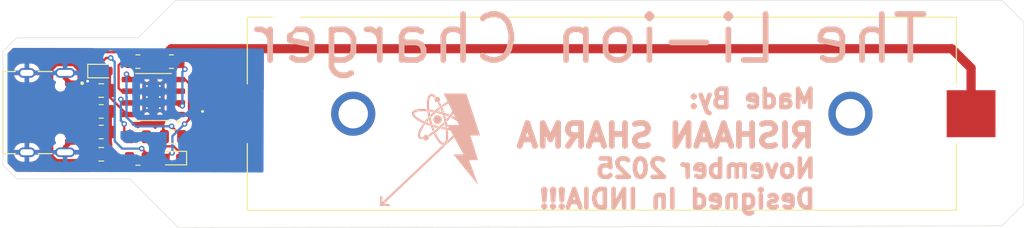
<source format=kicad_pcb>
(kicad_pcb (version 20241229) (generator "pcbnew") (generator_version "9.0")
  (layers (0 "F.Cu" signal) (2 "B.Cu" signal) (13 "F.Paste" user) (15 "B.Paste" user) (5 "F.SilkS" user "F.Silkscreen") (7 "B.SilkS" user "B.Silkscreen") (1 "F.Mask" user) (3 "B.Mask" user) (25 "Edge.Cuts" user))
  (net 0 "")
  (net 1 "GND")
  (net 2 "Net-(D1-A)")
  (net 3 "Net-(U1-BAT)")
  (net 4 "+5V")
  (net 5 "Net-(D1-K)")
  (net 6 "Net-(D2-K)")
  (net 7 "Net-(J6-CC1)")
  (net 9 "Net-(J6-CC2)")
  (net 11 "Net-(U1-PROG)")
  (net 12 "Net-(U1-~{STDBY})")
  (net 13 "Net-(U1-~{CHRG})")
  (footprint "18650 Battery Holder:12BHC186P1GR" (layer "F.Cu") (at 168.65 87.15)
    (property "Reference" "U2" (hide yes))
    (property "Value" "12BHC186P1-GR" (hide yes))
    (pad "" np_thru_hole circle (at -34.25 -9.75) (size 2 2) (drill 2) (layers "*.Cu" "*.Mask"))
    (pad "1" smd rect (at -40.1 0 90) (size 5.12 5.3) (layers "F.Cu" "F.Mask" "F.Paste") (net 3 "Net-(U1-BAT)"))
    (pad "2" smd rect (at 40.1 0 90) (size 5.12 5.3) (layers "F.Cu" "F.Mask" "F.Paste") (net 1 "GND"))
    (pad "MH1" thru_hole circle (at -27 0) (size 4.8 4.8) (drill 3.2) (layers "*.Cu" "*.Mask"))
    (pad "MH2" thru_hole circle (at 27 0) (size 4.8 4.8) (drill 3.2) (layers "*.Cu" "*.Mask"))
  )
  (footprint "Resistor_SMD:R_0805_2012Metric" (layer "F.Cu") (at 114.29 89.14)
    (property "Reference" "R4" (hide yes))
    (property "Value" "5.1kΩ" (hide yes))
    (pad "1" smd roundrect (at -0.9125 0) (size 1.025 1.4) (layers "F.Cu" "F.Mask" "F.Paste") (roundrect_rratio 0.243902) (net 9 "Net-(J6-CC2)"))
    (pad "2" smd roundrect (at 0.9125 0) (size 1.025 1.4) (layers "F.Cu" "F.Mask" "F.Paste") (roundrect_rratio 0.243902) (net 1 "GND"))
  )
  (footprint "LED_SMD:LED_0603_1608Metric" (layer "F.Cu") (at 114.31 82.51)
    (property "Reference" "D1" (hide yes))
    (property "Value" "LED" (hide yes))
    (pad "1" smd roundrect (at -0.7875 0) (size 0.875 0.95) (layers "F.Cu" "F.Mask" "F.Paste") (net 5 "Net-(D1-K)"))
    (pad "2" smd roundrect (at 0.7875 0) (size 0.875 0.95) (layers "F.Cu" "F.Mask" "F.Paste") (net 2 "Net-(D1-A)"))
  )
  (footprint "Package_SO:SOIC-8-1EP_3.9x4.9mm_P1.27mm_EP2.41x3.3mm_ThermalVias" (layer "F.Cu") (at 119.95 85.335 180)
    (property "Reference" "U1" (hide yes))
    (property "Value" "TP4056-42-ESOP8" (hide yes))
    (pad "1" smd roundrect (at -2.475 -1.905 180) (size 1.95 0.6) (layers "F.Cu" "F.Mask" "F.Paste"))
    (pad "2" smd roundrect (at -2.475 -0.635 180) (size 1.95 0.6) (layers "F.Cu" "F.Mask" "F.Paste") (net 11 "Net-(U1-PROG)"))
    (pad "3" smd roundrect (at -2.475 0.635 180) (size 1.95 0.6) (layers "F.Cu" "F.Mask" "F.Paste") (net 1 "GND"))
    (pad "4" smd roundrect (at -2.475 1.905 180) (size 1.95 0.6) (layers "F.Cu" "F.Mask" "F.Paste") (net 2 "Net-(D1-A)"))
    (pad "5" smd roundrect (at 2.475 1.905 180) (size 1.95 0.6) (layers "F.Cu" "F.Mask" "F.Paste") (net 3 "Net-(U1-BAT)"))
    (pad "6" smd roundrect (at 2.475 0.635 180) (size 1.95 0.6) (layers "F.Cu" "F.Mask" "F.Paste") (net 12 "Net-(U1-~{STDBY})"))
    (pad "7" smd roundrect (at 2.475 -0.635 180) (size 1.95 0.6) (layers "F.Cu" "F.Mask" "F.Paste") (net 13 "Net-(U1-~{CHRG})"))
    (pad "8" smd roundrect (at 2.475 -1.905 180) (size 1.95 0.6) (layers "F.Cu" "F.Mask" "F.Paste") (net 2 "Net-(D1-A)"))
    (pad "9" thru_hole circle (at -0.7 -1.2 180) (size 0.5 0.5) (drill 0.2) (property pad_prop_heatsink) (layers "*.Cu") (net 1 "GND"))
    (pad "9" thru_hole circle (at -0.7 0 180) (size 0.5 0.5) (drill 0.2) (property pad_prop_heatsink) (layers "*.Cu") (net 1 "GND"))
    (pad "9" thru_hole circle (at -0.7 1.2 180) (size 0.5 0.5) (drill 0.2) (property pad_prop_heatsink) (layers "*.Cu") (net 1 "GND"))
    (pad "9" smd rect (at 0 0 180) (size 1.9 2.9) (property pad_prop_heatsink) (layers "B.Cu") (net 1 "GND"))
    (pad "9" smd rect (at 0 0 180) (size 2.41 3.3) (property pad_prop_heatsink) (layers "F.Cu" "F.Mask") (net 1 "GND"))
    (pad "9" thru_hole circle (at 0.7 -1.2 180) (size 0.5 0.5) (drill 0.2) (property pad_prop_heatsink) (layers "*.Cu") (net 1 "GND"))
    (pad "9" thru_hole circle (at 0.7 0 180) (size 0.5 0.5) (drill 0.2) (property pad_prop_heatsink) (layers "*.Cu") (net 1 "GND"))
    (pad "9" thru_hole circle (at 0.7 1.2 180) (size 0.5 0.5) (drill 0.2) (property pad_prop_heatsink) (layers "*.Cu") (net 1 "GND"))
  )
  (footprint "Capacitor_SMD:C_0805_2012Metric" (layer "F.Cu") (at 114.29 91.57)
    (property "Reference" "C3" (hide yes))
    (property "Value" "10uF" (hide yes))
    (pad "1" smd roundrect (at -0.95 0) (size 1 1.45) (layers "F.Cu" "F.Mask" "F.Paste") (net 4 "+5V"))
    (pad "2" smd roundrect (at 0.95 0) (size 1 1.45) (layers "F.Cu" "F.Mask" "F.Paste") (net 1 "GND"))
  )
  (footprint "Resistor_SMD:R_0805_2012Metric" (layer "F.Cu") (at 121.91 81.48 180)
    (property "Reference" "R2" (hide yes))
    (property "Value" "1.33kΩ" (hide yes))
    (pad "1" smd roundrect (at -0.9125 0 180) (size 1.025 1.4) (layers "F.Cu" "F.Mask" "F.Paste") (roundrect_rratio 0.243902) (net 11 "Net-(U1-PROG)"))
    (pad "2" smd roundrect (at 0.9125 0 180) (size 1.025 1.4) (layers "F.Cu" "F.Mask" "F.Paste") (roundrect_rratio 0.243902) (net 1 "GND"))
  )
  (footprint "Resistor_SMD:R_0805_2012Metric" (layer "F.Cu") (at 118.27 81.48 180)
    (property "Reference" "R3" (hide yes))
    (property "Value" "1kΩ" (hide yes))
    (pad "1" smd roundrect (at -0.9125 0 180) (size 1.025 1.4) (layers "F.Cu" "F.Mask" "F.Paste") (roundrect_rratio 0.243902) (net 5 "Net-(D1-K)"))
    (pad "2" smd roundrect (at 0.9125 0 180) (size 1.025 1.4) (layers "F.Cu" "F.Mask" "F.Paste") (roundrect_rratio 0.243902) (net 12 "Net-(U1-~{STDBY})"))
  )
  (footprint "Resistor_SMD:R_0805_2012Metric" (layer "F.Cu") (at 114.29 86.9 180)
    (property "Reference" "R28" (hide yes))
    (property "Value" "5.1kΩ" (hide yes))
    (pad "1" smd roundrect (at -0.9125 0 180) (size 1.025 1.4) (layers "F.Cu" "F.Mask" "F.Paste") (roundrect_rratio 0.243902) (net 1 "GND"))
    (pad "2" smd roundrect (at 0.9125 0 180) (size 1.025 1.4) (layers "F.Cu" "F.Mask" "F.Paste") (roundrect_rratio 0.243902) (net 7 "Net-(J6-CC1)"))
  )
  (footprint "Capacitor_SMD:C_0805_2012Metric" (layer "F.Cu") (at 122.09 89.65)
    (property "Reference" "C2" (hide yes))
    (property "Value" "10uF" (hide yes))
    (pad "1" smd roundrect (at -0.95 0) (size 1 1.45) (layers "F.Cu" "F.Mask" "F.Paste") (net 1 "GND"))
    (pad "2" smd roundrect (at 0.95 0) (size 1 1.45) (layers "F.Cu" "F.Mask" "F.Paste") (net 3 "Net-(U1-BAT)"))
  )
  (footprint "LED_SMD:LED_0603_1608Metric" (layer "F.Cu") (at 122.07 91.98 180)
    (property "Reference" "D2" (hide yes))
    (property "Value" "LED" (hide yes))
    (pad "1" smd roundrect (at -0.7875 0 180) (size 0.875 0.95) (layers "F.Cu" "F.Mask" "F.Paste") (net 6 "Net-(D2-K)"))
    (pad "2" smd roundrect (at 0.7875 0 180) (size 0.875 0.95) (layers "F.Cu" "F.Mask" "F.Paste") (net 2 "Net-(D1-A)"))
  )
  (footprint "Resistor_SMD:R_0805_2012Metric" (layer "F.Cu") (at 118.27 92.02)
    (property "Reference" "R1" (hide yes))
    (property "Value" "0.4Ω" (hide yes))
    (pad "1" smd roundrect (at -0.9125 0) (size 1.025 1.4) (layers "F.Cu" "F.Mask" "F.Paste") (roundrect_rratio 0.243902) (net 4 "+5V"))
    (pad "2" smd roundrect (at 0.9125 0) (size 1.025 1.4) (layers "F.Cu" "F.Mask" "F.Paste") (roundrect_rratio 0.243902) (net 2 "Net-(D1-A)"))
  )
  (footprint "Resistor_SMD:R_0805_2012Metric" (layer "F.Cu") (at 118.27 89.66 180)
    (property "Reference" "R5" (hide yes))
    (property "Value" "1kΩ" (hide yes))
    (pad "1" smd roundrect (at -0.9125 0 180) (size 1.025 1.4) (layers "F.Cu" "F.Mask" "F.Paste") (roundrect_rratio 0.243902) (net 6 "Net-(D2-K)"))
    (pad "2" smd roundrect (at 0.9125 0 180) (size 1.025 1.4) (layers "F.Cu" "F.Mask" "F.Paste") (roundrect_rratio 0.243902) (net 13 "Net-(U1-~{CHRG})"))
  )
  (footprint "Type C_MOD:KINGHELM_KH-TYPE-C-16P" (layer "F.Cu") (at 106.21 87.03 -90)
    (property "Reference" "J6" (hide yes))
    (property "Value" "KH-TYPE-C-16P" (hide yes))
    (pad "" np_thru_hole circle (at -2.89 -3.65 270) (size 0.7 0.7) (drill 0.7) (layers "*.Cu" "*.Mask"))
    (pad "" np_thru_hole circle (at 2.89 -3.65 270) (size 0.7 0.7) (drill 0.7) (layers "*.Cu" "*.Mask"))
    (pad "A1_B12" smd rect (at -3.2 -4.725 270) (size 0.6 1.15) (layers "F.Cu" "F.Mask" "F.Paste") (net 1 "GND"))
    (pad "A4_B9" smd rect (at -2.4 -4.725 270) (size 0.6 1.15) (layers "F.Cu" "F.Mask" "F.Paste") (net 4 "+5V"))
    (pad "A5" smd rect (at -1.25 -4.725 270) (size 0.3 1.15) (layers "F.Cu" "F.Mask" "F.Paste") (net 7 "Net-(J6-CC1)"))
    (pad "A6" smd rect (at -0.25 -4.725 270) (size 0.3 1.15) (layers "F.Cu" "F.Mask" "F.Paste"))
    (pad "A7" smd rect (at 0.25 -4.725 270) (size 0.3 1.15) (layers "F.Cu" "F.Mask" "F.Paste"))
    (pad "A8" smd rect (at 1.25 -4.725 270) (size 0.3 1.15) (layers "F.Cu" "F.Mask" "F.Paste"))
    (pad "A9_B4" smd rect (at 2.4 -4.725 270) (size 0.6 1.15) (layers "F.Cu" "F.Mask" "F.Paste") (net 4 "+5V"))
    (pad "A12_B1" smd rect (at 3.2 -4.725 270) (size 0.6 1.15) (layers "F.Cu" "F.Mask" "F.Paste") (net 1 "GND"))
    (pad "B5" smd rect (at 1.75 -4.725 270) (size 0.3 1.15) (layers "F.Cu" "F.Mask" "F.Paste") (net 9 "Net-(J6-CC2)"))
    (pad "B6" smd rect (at 0.75 -4.725 270) (size 0.3 1.15) (layers "F.Cu" "F.Mask" "F.Paste"))
    (pad "B7" smd rect (at -0.75 -4.725 270) (size 0.3 1.15) (layers "F.Cu" "F.Mask" "F.Paste"))
    (pad "B8" smd rect (at -1.75 -4.725 270) (size 0.3 1.15) (layers "F.Cu" "F.Mask" "F.Paste"))
    (pad "SH1" thru_hole oval (at -4.32 0 270) (size 1.05 1.85) (drill oval 0.65 1.45) (layers "*.Cu" "*.Mask") (net 1 "GND"))
    (pad "SH2" thru_hole oval (at 4.32 0 270) (size 1.05 1.85) (drill oval 0.65 1.45) (layers "*.Cu" "*.Mask") (net 1 "GND"))
    (pad "SH3" thru_hole oval (at -4.32 -4.15 270) (size 1.05 2.15) (drill oval 0.65 1.75) (layers "*.Cu" "*.Mask") (net 1 "GND"))
    (pad "SH4" thru_hole oval (at 4.32 -4.15 270) (size 1.05 2.15) (drill oval 0.65 1.75) (layers "*.Cu" "*.Mask") (net 1 "GND"))
  )
  (footprint "Capacitor_SMD:C_0805_2012Metric" (layer "F.Cu") (at 114.29 84.63)
    (property "Reference" "C1" (hide yes))
    (property "Value" "10uF" (hide yes))
    (pad "1" smd roundrect (at -0.95 0) (size 1 1.45) (layers "F.Cu" "F.Mask" "F.Paste") (net 1 "GND"))
    (pad "2" smd roundrect (at 0.95 0) (size 1 1.45) (layers "F.Cu" "F.Mask" "F.Paste") (net 2 "Net-(D1-A)"))
  )
  (footprint "LOGO" (layer "B.Cu") (at 150.02 90.95 180)
    (property "Reference" "G***" (hide yes))
    (property "Value" "LOGO" (hide yes))
  )
  (gr_line (start 214.49 77.186295) (end 214.49 96.95) (stroke (width 0.05)) (layer "Edge.Cuts"))
  (gr_line (start 214.49 96.95) (end 212.09 99.35) (stroke (width 0.05)) (layer "Edge.Cuts"))
  (gr_line (start 103.61 80.39) (end 105.11 78.89) (stroke (width 0.05)) (layer "Edge.Cuts"))
  (gr_line (start 117.3798 94.25112) (end 105.11 94.23934) (stroke (width 0.05)) (layer "Edge.Cuts"))
  (gr_line (start 105.11 94.23934) (end 103.61 92.750254) (stroke (width 0.05)) (layer "Edge.Cuts"))
  (gr_line (start 118.29 78.89) (end 122.38331 74.799811) (stroke (width 0.05)) (layer "Edge.Cuts"))
  (gr_line (start 212.09 74.799762) (end 214.49 77.186295) (stroke (width 0.05)) (layer "Edge.Cuts"))
  (gr_line (start 105.11 78.89) (end 118.29 78.89) (stroke (width 0.05)) (layer "Edge.Cuts"))
  (gr_line (start 103.61 92.750254) (end 103.61 80.39) (stroke (width 0.05)) (layer "Edge.Cuts"))
  (gr_line (start 212.09 99.35) (end 122.6893 99.559856) (stroke (width 0.05)) (layer "Edge.Cuts"))
  (gr_line (start 117.3798 94.25112) (end 122.6893 99.559856) (stroke (width 0.05)) (layer "Edge.Cuts"))
  (gr_line (start 122.38331 74.799811) (end 212.09 74.799762) (stroke (width 0.05)) (layer "Edge.Cuts"))
  (gr_text "RISHAAN SHARMA" (at 175.568215 89.54 0) (layer "B.SilkS") (effects (font (size 2.5 2.5) (thickness 0.625) (bold yes)) (justify mirror)))
  (gr_text "Made By:" (at 184.967619 85.53 0) (layer "B.SilkS") (effects (font (size 2 2) (thickness 0.5) (bold yes)) (justify mirror)))
  (gr_text "The Li-ion Charger" (at 167.38965 79.02 0) (layer "B.SilkS") (effects (font (size 5 5) (thickness 0.625) (bold yes)) (justify mirror)))
  (gr_text "Designed In INDIA!!!" (at 176.83 96.44 0) (layer "B.SilkS") (effects (font (size 2 2) (thickness 0.5) (bold yes)) (justify mirror)))
  (gr_text "November 2025" (at 179.92 93.12 0) (layer "B.SilkS") (effects (font (size 2 2) (thickness 0.5) (bold yes)) (justify mirror)))
  (segment (start 110.36 82.71) (end 110.36 83.255) (width 0.5) (layer "F.Cu") (net 1))
  (segment (start 112.81 83.61) (end 112.81 84.1) (width 0.5) (layer "F.Cu") (net 1))
  (segment (start 122.425 84.7) (end 120.585 84.7) (width 0.5) (layer "F.Cu") (net 1))
  (segment (start 208.75 87.15) (end 208.75 82.18) (width 1) (layer "F.Cu") (net 1))
  (segment (start 112.81 84.1) (end 113.34 84.63) (width 0.5) (layer "F.Cu") (net 1))
  (segment (start 110.36 91.35) (end 110.36 90.805) (width 0.5) (layer "F.Cu") (net 1))
  (segment (start 120.9975 80.9825) (end 120.9975 81.48) (width 1) (layer "F.Cu") (net 1))
  (segment (start 121.901 80.079) (end 120.9975 80.9825) (width 1) (layer "F.Cu") (net 1))
  (segment (start 110.36 83.255) (end 110.935 83.83) (width 0.5) (layer "F.Cu") (net 1))
  (segment (start 208.75 82.18) (end 206.649 80.079) (width 1) (layer "F.Cu") (net 1))
  (segment (start 206.649 80.079) (end 121.901 80.079) (width 1) (layer "F.Cu") (net 1))
  (segment (start 120.585 84.7) (end 119.95 85.335) (width 0.5) (layer "F.Cu") (net 1))
  (segment (start 113.34 84.63) (end 113.34 85.0375) (width 0.5) (layer "F.Cu") (net 1))
  (segment (start 113.34 85.0375) (end 115.2025 86.9) (width 0.5) (layer "F.Cu") (net 1))
  (segment (start 110.36 90.805) (end 110.935 90.23) (width 0.5) (layer "F.Cu") (net 1))
  (via (at 112.81 83.61) (size 0.6) (drill 0.3) (layers "F.Cu" "B.Cu") (net 1))
  (segment (start 111.91 82.71) (end 112.81 83.61) (width 0.5) (layer "B.Cu") (net 1))
  (segment (start 110.36 82.71) (end 111.91 82.71) (width 0.5) (layer "B.Cu") (net 1))
  (segment (start 119.1825 92.02) (end 119.1825 91.4525) (width 0.25) (layer "F.Cu") (net 2))
  (segment (start 123.399999 83.43) (end 123.82 83.850001) (width 0.25) (layer "F.Cu") (net 2))
  (segment (start 121.84563 91.41687) (end 121.2825 91.98) (width 0.25) (layer "F.Cu") (net 2))
  (segment (start 122.425 83.43) (end 123.399999 83.43) (width 0.25) (layer "F.Cu") (net 2))
  (segment (start 123.82 83.850001) (end 123.82 87.79) (width 0.25) (layer "F.Cu") (net 2))
  (segment (start 114.78 82.51) (end 115.0975 82.51) (width 0.25) (layer "F.Cu") (net 2))
  (segment (start 117.092678 87.24) (end 117.475 87.24) (width 0.25) (layer "F.Cu") (net 2))
  (segment (start 119.1825 91.4525) (end 118.68 90.95) (width 0.25) (layer "F.Cu") (net 2))
  (segment (start 114.821 81.079) (end 114.53 81.37) (width 0.25) (layer "F.Cu") (net 2))
  (segment (start 115.32 81.079) (end 114.821 81.079) (width 0.25) (layer "F.Cu") (net 2))
  (segment (start 119.2225 91.98) (end 119.1825 92.02) (width 0.25) (layer "F.Cu") (net 2))
  (segment (start 115.24 84.63) (end 115.24 85.387322) (width 0.25) (layer "F.Cu") (net 2))
  (segment (start 115.24 85.387322) (end 117.092678 87.24) (width 0.25) (layer "F.Cu") (net 2))
  (segment (start 114.53 82.26) (end 114.78 82.51) (width 0.25) (layer "F.Cu") (net 2))
  (segment (start 121.984445 91.41687) (end 121.84563 91.41687) (width 0.25) (layer "F.Cu") (net 2))
  (segment (start 114.53 81.37) (end 114.53 82.26) (width 0.25) (layer "F.Cu") (net 2))
  (segment (start 121.2825 91.98) (end 119.2225 91.98) (width 0.25) (layer "F.Cu") (net 2))
  (segment (start 115.0975 82.51) (end 115.0975 84.4875) (width 0.5) (layer "F.Cu") (net 2))
  (segment (start 115.0975 84.4875) (end 115.24 84.63) (width 0.5) (layer "F.Cu") (net 2))
  (segment (start 123.82 87.79) (end 123.34 88.27) (width 0.25) (layer "F.Cu") (net 2))
  (via (at 115.32 81.079) (size 0.6) (drill 0.3) (layers "F.Cu" "B.Cu") (net 2))
  (via (at 118.68 90.95) (size 0.6) (drill 0.3) (layers "F.Cu" "B.Cu") (net 2))
  (via (at 123.34 88.27) (size 0.6) (drill 0.3) (layers "F.Cu" "B.Cu") (net 2))
  (via (at 121.984445 91.41687) (size 0.6) (drill 0.3) (layers "F.Cu" "B.Cu") (net 2))
  (segment (start 115.75 90.13) (end 116.57 90.95) (width 0.25) (layer "B.Cu") (net 2))
  (segment (start 115.32 81.079) (end 115.75 81.509) (width 0.25) (layer "B.Cu") (net 2))
  (segment (start 115.75 81.509) (end 115.75 90.13) (width 0.25) (layer "B.Cu") (net 2))
  (segment (start 116.57 90.95) (end 118.68 90.95) (width 0.25) (layer "B.Cu") (net 2))
  (segment (start 122.02 91.381315) (end 122.02 89.59) (width 0.25) (layer "B.Cu") (net 2))
  (segment (start 122.02 89.59) (end 123.34 88.27) (width 0.25) (layer "B.Cu") (net 2))
  (segment (start 121.984445 91.41687) (end 122.02 91.381315) (width 0.25) (layer "B.Cu") (net 2))
  (segment (start 128.55 87.15) (end 126.05 89.65) (width 1) (layer "F.Cu") (net 3))
  (segment (start 117.475 83.43) (end 117.475 83.295) (width 0.25) (layer "F.Cu") (net 3))
  (segment (start 117.475 83.295) (end 117.03 82.85) (width 0.25) (layer "F.Cu") (net 3))
  (segment (start 121.93 88.54) (end 123.04 89.65) (width 0.25) (layer "F.Cu") (net 3))
  (segment (start 126.05 89.65) (end 123.04 89.65) (width 1) (layer "F.Cu") (net 3))
  (segment (start 121.93 88.52) (end 121.93 88.54) (width 0.25) (layer "F.Cu") (net 3))
  (via (at 121.93 88.52) (size 0.6) (drill 0.3) (layers "F.Cu" "B.Cu") (net 3))
  (via (at 117.03 82.85) (size 0.6) (drill 0.3) (layers "F.Cu" "B.Cu") (net 3))
  (segment (start 118.03 88.52) (end 121.93 88.52) (width 0.25) (layer "B.Cu") (net 3))
  (segment (start 117.03 87.52) (end 118.03 88.52) (width 0.25) (layer "B.Cu") (net 3))
  (segment (start 117.03 82.85) (end 117.03 85.314702) (width 0.25) (layer "B.Cu") (net 3))
  (segment (start 117.046 85.849298) (end 117.03 85.865298) (width 0.25) (layer "B.Cu") (net 3))
  (segment (start 117.03 85.865298) (end 117.03 87.52) (width 0.25) (layer "B.Cu") (net 3))
  (segment (start 117.046 85.330702) (end 117.046 85.849298) (width 0.25) (layer "B.Cu") (net 3))
  (segment (start 117.03 85.314702) (end 117.046 85.330702) (width 0.25) (layer "B.Cu") (net 3))
  (segment (start 111.314272 81.734) (end 109.405728 81.734) (width 0.5) (layer "F.Cu") (net 4))
  (segment (start 108.834 82.305728) (end 108.834 91.754272) (width 0.5) (layer "F.Cu") (net 4))
  (segment (start 110.935 84.63) (end 111.912 84.63) (width 0.5) (layer "F.Cu") (net 4))
  (segment (start 110.935 89.43) (end 111.67 89.43) (width 0.5) (layer "F.Cu") (net 4))
  (segment (start 117.3575 92.5025) (end 116.77 93.09) (width 0.5) (layer "F.Cu") (net 4))
  (segment (start 112.584 92.326) (end 113.34 91.57) (width 0.5) (layer "F.Cu") (net 4))
  (segment (start 111.912 84.63) (end 111.961 84.581) (width 0.5) (layer "F.Cu") (net 4))
  (segment (start 117.3575 92.02) (end 117.3575 92.5025) (width 0.5) (layer "F.Cu") (net 4))
  (segment (start 113.88 93.09) (end 113.34 92.55) (width 0.5) (layer "F.Cu") (net 4))
  (segment (start 109.405728 81.734) (end 108.834 82.305728) (width 0.5) (layer "F.Cu") (net 4))
  (segment (start 113.34 92.55) (end 113.34 91.57) (width 0.5) (layer "F.Cu") (net 4))
  (segment (start 108.834 91.754272) (end 109.405728 92.326) (width 0.5) (layer "F.Cu") (net 4))
  (segment (start 111.961 84.581) (end 111.961 82.380728) (width 0.5) (layer "F.Cu") (net 4))
  (segment (start 109.405728 92.326) (end 112.584 92.326) (width 0.5) (layer "F.Cu") (net 4))
  (segment (start 111.961 82.380728) (end 111.314272 81.734) (width 0.5) (layer "F.Cu") (net 4))
  (segment (start 113.34 91.1) (end 113.34 91.57) (width 0.5) (layer "F.Cu") (net 4))
  (segment (start 116.77 93.09) (end 113.88 93.09) (width 0.5) (layer "F.Cu") (net 4))
  (segment (start 111.67 89.43) (end 113.34 91.1) (width 0.5) (layer "F.Cu") (net 4))
  (segment (start 114.126 80.454) (end 118.814 80.454) (width 0.25) (layer "F.Cu") (net 5))
  (segment (start 118.814 80.454) (end 119.1825 80.8225) (width 0.25) (layer "F.Cu") (net 5))
  (segment (start 113.5225 82.51) (end 113.5225 81.0575) (width 0.25) (layer "F.Cu") (net 5))
  (segment (start 113.5225 81.0575) (end 114.126 80.454) (width 0.25) (layer "F.Cu") (net 5))
  (segment (start 119.1825 80.8225) (end 119.1825 81.48) (width 0.25) (layer "F.Cu") (net 5))
  (segment (start 120.2235 90.701) (end 119.1825 89.66) (width 0.25) (layer "F.Cu") (net 6))
  (segment (start 122.8575 91.404627) (end 122.153873 90.701) (width 0.25) (layer "F.Cu") (net 6))
  (segment (start 122.8575 91.98) (end 122.8575 91.404627) (width 0.25) (layer "F.Cu") (net 6))
  (segment (start 122.153873 90.701) (end 120.2235 90.701) (width 0.25) (layer "F.Cu") (net 6))
  (segment (start 112.9575 85.78) (end 110.935 85.78) (width 0.25) (layer "F.Cu") (net 7))
  (segment (start 113.3775 86.9) (end 113.3775 86.2) (width 0.25) (layer "F.Cu") (net 7))
  (segment (start 113.3775 86.2) (end 112.9575 85.78) (width 0.25) (layer "F.Cu") (net 7))
  (segment (start 113.0175 88.78) (end 110.935 88.78) (width 0.25) (layer "F.Cu") (net 9))
  (segment (start 113.3775 89.14) (end 113.0175 88.78) (width 0.25) (layer "F.Cu") (net 9))
  (segment (start 122.745 86.29) (end 122.425 85.97) (width 0.25) (layer "F.Cu") (net 11))
  (segment (start 122.8225 81.7525) (end 123.38 82.31) (width 0.25) (layer "F.Cu") (net 11))
  (segment (start 122.8225 81.48) (end 122.8225 81.7525) (width 0.25) (layer "F.Cu") (net 11))
  (segment (start 123.101 86.29) (end 122.745 86.29) (width 0.25) (layer "F.Cu") (net 11))
  (via (at 123.38 82.31) (size 0.6) (drill 0.3) (layers "F.Cu" "B.Cu") (net 11))
  (via (at 123.101 86.29) (size 0.6) (drill 0.3) (layers "F.Cu" "B.Cu") (net 11))
  (segment (start 123.101 82.589) (end 123.101 86.29) (width 0.25) (layer "B.Cu") (net 11))
  (segment (start 123.38 82.31) (end 123.101 82.589) (width 0.25) (layer "B.Cu") (net 11))
  (segment (start 116.500001 84.7) (end 117.475 84.7) (width 0.25) (layer "F.Cu") (net 12))
  (segment (start 116.57 81.48) (end 116.174 81.876) (width 0.25) (layer "F.Cu") (net 12))
  (segment (start 116.174 81.876) (end 116.174 84.373999) (width 0.25) (layer "F.Cu") (net 12))
  (segment (start 117.3575 81.48) (end 116.57 81.48) (width 0.25) (layer "F.Cu") (net 12))
  (segment (start 116.174 84.373999) (end 116.500001 84.7) (width 0.25) (layer "F.Cu") (net 12))
  (segment (start 116.79 88.27) (end 116.79 89.0925) (width 0.25) (layer "F.Cu") (net 13))
  (segment (start 116.8 85.97) (end 116.42 85.59) (width 0.25) (layer "F.Cu") (net 13))
  (segment (start 116.79 89.0925) (end 117.3575 89.66) (width 0.25) (layer "F.Cu") (net 13))
  (segment (start 117.475 85.97) (end 116.8 85.97) (width 0.25) (layer "F.Cu") (net 13))
  (via (at 116.79 88.27) (size 0.6) (drill 0.3) (layers "F.Cu" "B.Cu") (net 13))
  (via (at 116.42 85.59) (size 0.6) (drill 0.3) (layers "F.Cu" "B.Cu") (net 13))
  (segment (start 116.42 87.9) (end 116.79 88.27) (width 0.25) (layer "B.Cu") (net 13))
  (segment (start 116.42 85.59) (end 116.42 87.9) (width 0.25) (layer "B.Cu") (net 13))
  (zone (net 1) (net_name "GND") (layers "F.Cu" "B.Cu") (connect_pads (clearance 0.5)) (min_thickness 0.25) (fill yes (thermal_gap 0.5) (thermal_bridge_width 0.5))
    (polygon (pts (xy 103.99 79.99) (xy 131.95 80.06) (xy 131.908533 93.547047) (xy 103.99 93.467051)))
  )
)
</source>
